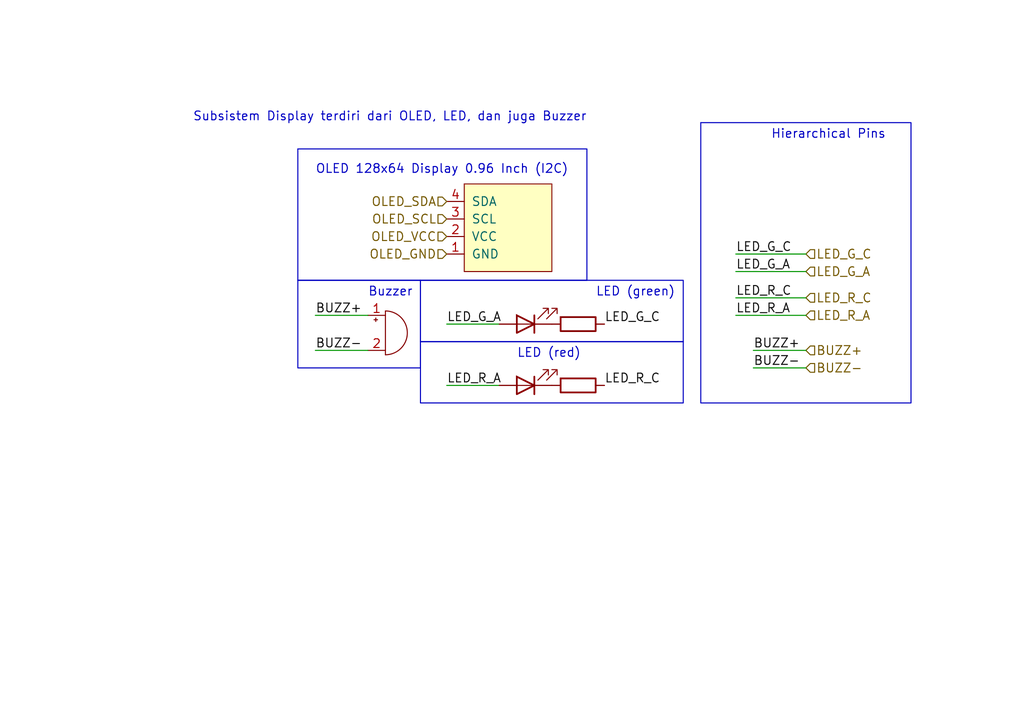
<source format=kicad_sch>
(kicad_sch (version 20230121) (generator eeschema)
  (paper "User" 148.488 105.004)
  (title_block (title "Subsistem Display") (date "2024-02-28") (rev "1.4") (company "Institut Teknologi Bandung") (comment 1 "Bostang Palaguna") (comment 2 "Designed By:"))
  (lib_symbols
    (symbol "Device:Buzzer" (pin_names (offset 0.0254) hide)
      (property "Reference" "BZ" (at 3.81 1.27 0))
      (property "Value" "Buzzer" (at 3.81 -1.27 0))
      (symbol "Buzzer_0_1"
        (arc (start 0 -3.175) (mid 3.1612 0) (end 0 3.175))
        (polyline (pts (xy -1.651 1.905) (xy -1.143 1.905)))
        (polyline (pts (xy -1.397 2.159) (xy -1.397 1.651)))
        (polyline (pts (xy 0 3.175) (xy 0 -3.175)))
      )
      (symbol "Buzzer_1_1"
        (pin passive line (at -2.54 2.54 0) (length 2.54) (name "+") (number "1"))
        (pin passive line (at -2.54 -2.54 0) (length 2.54) (name "-") (number "2"))
      )
    )
    (symbol "Device:LED" (pin_numbers hide) (pin_names (offset 1.016) hide)
      (property "Reference" "D" (at 0 2.54 0))
      (property "Value" "LED" (at 0 -2.54 0))
      (symbol "LED_0_1"
        (polyline (pts (xy -1.27 -1.27) (xy -1.27 1.27)) (stroke (width 0.254)))
        (polyline (pts (xy -1.27 0) (xy 1.27 0)))
        (polyline (pts (xy 1.27 -1.27) (xy 1.27 1.27) (xy -1.27 0) (xy 1.27 -1.27)) (stroke (width 0.254)))
        (polyline (pts (xy -3.048 -0.762) (xy -4.572 -2.286) (xy -3.81 -2.286) (xy -4.572 -2.286) (xy -4.572 -1.524)))
        (polyline (pts (xy -1.778 -0.762) (xy -3.302 -2.286) (xy -2.54 -2.286) (xy -3.302 -2.286) (xy -3.302 -1.524)))
      )
      (symbol "LED_1_1"
        (pin passive line (at -3.81 0 0) (length 2.54) (name "K") (number "1"))
        (pin passive line (at 3.81 0 180) (length 2.54) (name "A") (number "2"))
      )
    )
    (symbol "Device:R" (pin_numbers hide) (pin_names (offset 0))
      (property "Reference" "R" (at 2.032 0 90))
      (property "Value" "R" (at 0 0 90))
      (symbol "R_0_1"
        (rectangle (start -1.016 -2.54) (end 1.016 2.54) (stroke (width 0.254)))
      )
      (symbol "R_1_1"
        (pin passive line (at 0 3.81 270) (length 1.27) (name "~") (number "1"))
        (pin passive line (at 0 -3.81 90) (length 1.27) (name "~") (number "2"))
      )
    )
    (symbol "WMS_components:SSD1306" (pin_names (offset 1.016))
      (property "Reference" "Brd" (at 0 -3.81 0))
      (property "Value" "SSD1306" (at 0 -1.27 0))
      (symbol "SSD1306_0_1"
        (rectangle (start -6.35 6.35) (end 6.35 -6.35) (fill (type background)))
      )
      (symbol "SSD1306_1_1"
        (pin input line (at -3.81 8.89 270) (length 2.54) (name "GND") (number "1"))
        (pin input line (at -1.27 8.89 270) (length 2.54) (name "VCC") (number "2"))
        (pin input line (at 1.27 8.89 270) (length 2.54) (name "SCL") (number "3"))
        (pin input line (at 3.81 8.89 270) (length 2.54) (name "SDA") (number "4"))
      )
    )
  )
  (wire (pts (xy 45.72 50.8) (xy 53.34 50.8)))
  (wire (pts (xy 106.68 45.72) (xy 116.84 45.72)))
  (wire (pts (xy 106.68 43.18) (xy 116.84 43.18)))
  (wire (pts (xy 109.22 50.8) (xy 116.84 50.8)))
  (wire (pts (xy 109.22 53.34) (xy 116.84 53.34)))
  (wire (pts (xy 45.72 45.72) (xy 53.34 45.72)))
  (wire (pts (xy 64.77 46.99) (xy 72.39 46.99)))
  (wire (pts (xy 106.68 39.37) (xy 116.84 39.37)))
  (wire (pts (xy 106.68 36.83) (xy 116.84 36.83)))
  (wire (pts (xy 64.77 55.88) (xy 72.39 55.88)))
  (rectangle (start 60.96 49.53) (end 99.06 58.42))
  (rectangle (start 43.18 40.64) (end 60.96 53.34))
  (rectangle (start 43.18 21.59) (end 85.09 40.64))
  (rectangle (start 60.96 40.64) (end 99.06 49.53))
  (rectangle (start 101.6 17.78) (end 132.08 58.42))
  (text "Subsistem Display terdiri dari OLED, LED, dan juga Buzzer" (at 27.94 17.78 0) (effects (font (size 1.27 1.27)) (justify left bottom)))
  (text "LED (red)" (at 74.93 52.07 0) (effects (font (size 1.27 1.27)) (justify left bottom)))
  (text "Buzzer" (at 53.34 43.18 0) (effects (font (size 1.27 1.27)) (justify left bottom)))
  (text "OLED 128x64 Display 0.96 Inch (I2C)" (at 45.72 25.4 0) (effects (font (size 1.27 1.27)) (justify left bottom)))
  (text "Hierarchical Pins" (at 111.76 20.32 0) (effects (font (size 1.27 1.27)) (justify left bottom)))
  (text "LED (green)" (at 86.36 43.18 0) (effects (font (size 1.27 1.27)) (justify left bottom)))
  (label "LED_G_A" (at 106.68 39.37 0))
  (label "BUZZ-" (at 109.22 53.34 0))
  (label "BUZZ-" (at 45.72 50.8 0))
  (label "LED_G_C" (at 87.63 46.99 0))
  (label "BUZZ+" (at 109.22 50.8 0))
  (label "LED_R_A" (at 106.68 45.72 0))
  (label "LED_R_C" (at 106.68 43.18 0))
  (label "LED_R_A" (at 64.77 55.88 0))
  (label "LED_G_A" (at 64.77 46.99 0))
  (label "BUZZ+" (at 45.72 45.72 0))
  (label "LED_R_C" (at 87.63 55.88 0))
  (label "LED_G_C" (at 106.68 36.83 0))
  (hierarchical_label "BUZZ+" (shape input) (at 116.84 50.8 0))
  (hierarchical_label "LED_R_C" (shape input) (at 116.84 43.18 0))
  (hierarchical_label "LED_R_A" (shape input) (at 116.84 45.72 0))
  (hierarchical_label "OLED_VCC" (shape input) (at 64.77 34.29 180))
  (hierarchical_label "BUZZ-" (shape input) (at 116.84 53.34 0))
  (hierarchical_label "OLED_SDA" (shape input) (at 64.77 29.21 180))
  (hierarchical_label "LED_G_A" (shape input) (at 116.84 39.37 0))
  (hierarchical_label "OLED_SCL" (shape input) (at 64.77 31.75 180))
  (hierarchical_label "LED_G_C" (shape input) (at 116.84 36.83 0))
  (hierarchical_label "OLED_GND" (shape input) (at 64.77 36.83 180))
  (symbol (lib_id "Device:LED") (at 76.2 55.88 180) (unit 1)
    (property "Reference" "D2" (effects hide))
    (property "Value" "LED" (effects hide))
    (property "Footprint" "LED_SMD:LED_0805_2012Metric" (effects hide))
  )
  (symbol (lib_id "WMS_components:SSD1306") (at 73.66 33.02 90) (unit 1)
    (property "Reference" "Brd1" (effects hide))
    (property "Value" "SSD1306" (effects hide))
    (property "Footprint" "WMS_components:128x64OLED" (effects hide))
  )
  (symbol (lib_id "Device:LED") (at 76.2 46.99 180) (unit 1)
    (property "Reference" "D1" (effects hide))
    (property "Value" "LED" (effects hide))
    (property "Footprint" "LED_SMD:LED_0805_2012Metric" (effects hide))
  )
  (symbol (lib_id "Device:R") (at 83.82 46.99 270) (unit 1)
    (property "Reference" "R1" (effects hide))
    (property "Value" "R" (effects hide))
    (property "Footprint" "Resistor_SMD:R_0805_2012Metric" (effects hide))
  )
  (symbol (lib_id "Device:R") (at 83.82 55.88 270) (unit 1)
    (property "Reference" "R2" (effects hide))
    (property "Value" "R" (effects hide))
    (property "Footprint" "Resistor_SMD:R_0805_2012Metric" (effects hide))
  )
  (symbol (lib_id "Device:Buzzer") (at 55.88 48.26 0) (unit 1)
    (property "Reference" "BZ1" (effects hide))
    (property "Value" "Buzzer" (effects hide))
    (property "Footprint" "Buzzer_Beeper:Buzzer_12x9.5RM7.6" (effects hide))
  )
)
</source>
